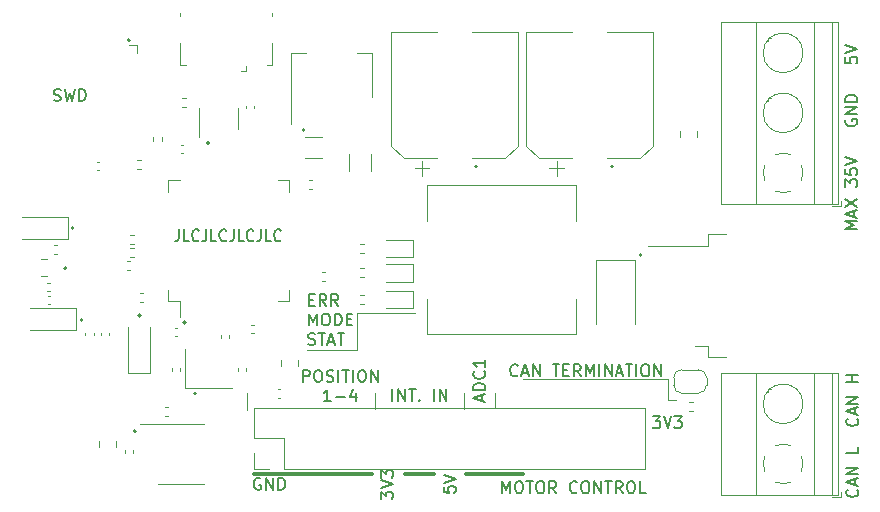
<source format=gbr>
%TF.GenerationSoftware,KiCad,Pcbnew,(5.1.9)-1*%
%TF.CreationDate,2022-08-25T12:46:07+02:00*%
%TF.ProjectId,electric_angle_actuator,656c6563-7472-4696-935f-616e676c655f,rev?*%
%TF.SameCoordinates,Original*%
%TF.FileFunction,Legend,Top*%
%TF.FilePolarity,Positive*%
%FSLAX46Y46*%
G04 Gerber Fmt 4.6, Leading zero omitted, Abs format (unit mm)*
G04 Created by KiCad (PCBNEW (5.1.9)-1) date 2022-08-25 12:46:07*
%MOMM*%
%LPD*%
G01*
G04 APERTURE LIST*
%ADD10C,0.120000*%
%ADD11C,0.150000*%
%ADD12C,0.200000*%
%ADD13C,0.300000*%
G04 APERTURE END LIST*
D10*
X156700000Y-84000000D02*
X156700000Y-87100000D01*
X161600000Y-84000000D02*
X156700000Y-84000000D01*
X152500000Y-87100000D02*
X156700000Y-87100000D01*
D11*
X152635595Y-82878571D02*
X152968928Y-82878571D01*
X153111785Y-83402380D02*
X152635595Y-83402380D01*
X152635595Y-82402380D01*
X153111785Y-82402380D01*
X154111785Y-83402380D02*
X153778452Y-82926190D01*
X153540357Y-83402380D02*
X153540357Y-82402380D01*
X153921309Y-82402380D01*
X154016547Y-82450000D01*
X154064166Y-82497619D01*
X154111785Y-82592857D01*
X154111785Y-82735714D01*
X154064166Y-82830952D01*
X154016547Y-82878571D01*
X153921309Y-82926190D01*
X153540357Y-82926190D01*
X155111785Y-83402380D02*
X154778452Y-82926190D01*
X154540357Y-83402380D02*
X154540357Y-82402380D01*
X154921309Y-82402380D01*
X155016547Y-82450000D01*
X155064166Y-82497619D01*
X155111785Y-82592857D01*
X155111785Y-82735714D01*
X155064166Y-82830952D01*
X155016547Y-82878571D01*
X154921309Y-82926190D01*
X154540357Y-82926190D01*
X152635595Y-85052380D02*
X152635595Y-84052380D01*
X152968928Y-84766666D01*
X153302261Y-84052380D01*
X153302261Y-85052380D01*
X153968928Y-84052380D02*
X154159404Y-84052380D01*
X154254642Y-84100000D01*
X154349880Y-84195238D01*
X154397500Y-84385714D01*
X154397500Y-84719047D01*
X154349880Y-84909523D01*
X154254642Y-85004761D01*
X154159404Y-85052380D01*
X153968928Y-85052380D01*
X153873690Y-85004761D01*
X153778452Y-84909523D01*
X153730833Y-84719047D01*
X153730833Y-84385714D01*
X153778452Y-84195238D01*
X153873690Y-84100000D01*
X153968928Y-84052380D01*
X154826071Y-85052380D02*
X154826071Y-84052380D01*
X155064166Y-84052380D01*
X155207023Y-84100000D01*
X155302261Y-84195238D01*
X155349880Y-84290476D01*
X155397500Y-84480952D01*
X155397500Y-84623809D01*
X155349880Y-84814285D01*
X155302261Y-84909523D01*
X155207023Y-85004761D01*
X155064166Y-85052380D01*
X154826071Y-85052380D01*
X155826071Y-84528571D02*
X156159404Y-84528571D01*
X156302261Y-85052380D02*
X155826071Y-85052380D01*
X155826071Y-84052380D01*
X156302261Y-84052380D01*
X152587976Y-86654761D02*
X152730833Y-86702380D01*
X152968928Y-86702380D01*
X153064166Y-86654761D01*
X153111785Y-86607142D01*
X153159404Y-86511904D01*
X153159404Y-86416666D01*
X153111785Y-86321428D01*
X153064166Y-86273809D01*
X152968928Y-86226190D01*
X152778452Y-86178571D01*
X152683214Y-86130952D01*
X152635595Y-86083333D01*
X152587976Y-85988095D01*
X152587976Y-85892857D01*
X152635595Y-85797619D01*
X152683214Y-85750000D01*
X152778452Y-85702380D01*
X153016547Y-85702380D01*
X153159404Y-85750000D01*
X153445119Y-85702380D02*
X154016547Y-85702380D01*
X153730833Y-86702380D02*
X153730833Y-85702380D01*
X154302261Y-86416666D02*
X154778452Y-86416666D01*
X154207023Y-86702380D02*
X154540357Y-85702380D01*
X154873690Y-86702380D01*
X155064166Y-85702380D02*
X155635595Y-85702380D01*
X155349880Y-86702380D02*
X155349880Y-85702380D01*
D12*
X144200000Y-69600000D02*
G75*
G03*
X144200000Y-69600000I-100000J0D01*
G01*
X137500000Y-60900000D02*
G75*
G03*
X137500000Y-60900000I-100000J0D01*
G01*
X132100000Y-80200000D02*
G75*
G03*
X132100000Y-80200000I-100000J0D01*
G01*
X133500000Y-84600000D02*
G75*
G03*
X133500000Y-84600000I-100000J0D01*
G01*
X138400000Y-84200000D02*
G75*
G03*
X138400000Y-84200000I-100000J0D01*
G01*
X132700000Y-76800000D02*
G75*
G03*
X132700000Y-76800000I-100000J0D01*
G01*
X152300000Y-68500000D02*
G75*
G03*
X152300000Y-68500000I-100000J0D01*
G01*
X166900000Y-71600000D02*
G75*
G03*
X166900000Y-71600000I-100000J0D01*
G01*
X178400000Y-71600000D02*
G75*
G03*
X178400000Y-71600000I-100000J0D01*
G01*
X180800000Y-79100000D02*
G75*
G03*
X180800000Y-79100000I-100000J0D01*
G01*
X138000000Y-94000000D02*
G75*
G03*
X138000000Y-94000000I-100000J0D01*
G01*
X143100000Y-90800000D02*
G75*
G03*
X143100000Y-90800000I-100000J0D01*
G01*
X142200000Y-84800000D02*
G75*
G03*
X142200000Y-84800000I-100000J0D01*
G01*
D11*
X181761904Y-92752380D02*
X182380952Y-92752380D01*
X182047619Y-93133333D01*
X182190476Y-93133333D01*
X182285714Y-93180952D01*
X182333333Y-93228571D01*
X182380952Y-93323809D01*
X182380952Y-93561904D01*
X182333333Y-93657142D01*
X182285714Y-93704761D01*
X182190476Y-93752380D01*
X181904761Y-93752380D01*
X181809523Y-93704761D01*
X181761904Y-93657142D01*
X182666666Y-92752380D02*
X183000000Y-93752380D01*
X183333333Y-92752380D01*
X183571428Y-92752380D02*
X184190476Y-92752380D01*
X183857142Y-93133333D01*
X184000000Y-93133333D01*
X184095238Y-93180952D01*
X184142857Y-93228571D01*
X184190476Y-93323809D01*
X184190476Y-93561904D01*
X184142857Y-93657142D01*
X184095238Y-93704761D01*
X184000000Y-93752380D01*
X183714285Y-93752380D01*
X183619047Y-93704761D01*
X183571428Y-93657142D01*
D10*
X183000000Y-91400000D02*
X183700000Y-91400000D01*
X183000000Y-89600000D02*
X183000000Y-91400000D01*
X170800000Y-89600000D02*
X183000000Y-89600000D01*
D11*
X170314285Y-89257142D02*
X170266666Y-89304761D01*
X170123809Y-89352380D01*
X170028571Y-89352380D01*
X169885714Y-89304761D01*
X169790476Y-89209523D01*
X169742857Y-89114285D01*
X169695238Y-88923809D01*
X169695238Y-88780952D01*
X169742857Y-88590476D01*
X169790476Y-88495238D01*
X169885714Y-88400000D01*
X170028571Y-88352380D01*
X170123809Y-88352380D01*
X170266666Y-88400000D01*
X170314285Y-88447619D01*
X170695238Y-89066666D02*
X171171428Y-89066666D01*
X170600000Y-89352380D02*
X170933333Y-88352380D01*
X171266666Y-89352380D01*
X171600000Y-89352380D02*
X171600000Y-88352380D01*
X172171428Y-89352380D01*
X172171428Y-88352380D01*
X173266666Y-88352380D02*
X173838095Y-88352380D01*
X173552380Y-89352380D02*
X173552380Y-88352380D01*
X174171428Y-88828571D02*
X174504761Y-88828571D01*
X174647619Y-89352380D02*
X174171428Y-89352380D01*
X174171428Y-88352380D01*
X174647619Y-88352380D01*
X175647619Y-89352380D02*
X175314285Y-88876190D01*
X175076190Y-89352380D02*
X175076190Y-88352380D01*
X175457142Y-88352380D01*
X175552380Y-88400000D01*
X175600000Y-88447619D01*
X175647619Y-88542857D01*
X175647619Y-88685714D01*
X175600000Y-88780952D01*
X175552380Y-88828571D01*
X175457142Y-88876190D01*
X175076190Y-88876190D01*
X176076190Y-89352380D02*
X176076190Y-88352380D01*
X176409523Y-89066666D01*
X176742857Y-88352380D01*
X176742857Y-89352380D01*
X177219047Y-89352380D02*
X177219047Y-88352380D01*
X177695238Y-89352380D02*
X177695238Y-88352380D01*
X178266666Y-89352380D01*
X178266666Y-88352380D01*
X178695238Y-89066666D02*
X179171428Y-89066666D01*
X178600000Y-89352380D02*
X178933333Y-88352380D01*
X179266666Y-89352380D01*
X179457142Y-88352380D02*
X180028571Y-88352380D01*
X179742857Y-89352380D02*
X179742857Y-88352380D01*
X180361904Y-89352380D02*
X180361904Y-88352380D01*
X181028571Y-88352380D02*
X181219047Y-88352380D01*
X181314285Y-88400000D01*
X181409523Y-88495238D01*
X181457142Y-88685714D01*
X181457142Y-89019047D01*
X181409523Y-89209523D01*
X181314285Y-89304761D01*
X181219047Y-89352380D01*
X181028571Y-89352380D01*
X180933333Y-89304761D01*
X180838095Y-89209523D01*
X180790476Y-89019047D01*
X180790476Y-88685714D01*
X180838095Y-88495238D01*
X180933333Y-88400000D01*
X181028571Y-88352380D01*
X181885714Y-89352380D02*
X181885714Y-88352380D01*
X182457142Y-89352380D01*
X182457142Y-88352380D01*
X131042857Y-66004761D02*
X131185714Y-66052380D01*
X131423809Y-66052380D01*
X131519047Y-66004761D01*
X131566666Y-65957142D01*
X131614285Y-65861904D01*
X131614285Y-65766666D01*
X131566666Y-65671428D01*
X131519047Y-65623809D01*
X131423809Y-65576190D01*
X131233333Y-65528571D01*
X131138095Y-65480952D01*
X131090476Y-65433333D01*
X131042857Y-65338095D01*
X131042857Y-65242857D01*
X131090476Y-65147619D01*
X131138095Y-65100000D01*
X131233333Y-65052380D01*
X131471428Y-65052380D01*
X131614285Y-65100000D01*
X131947619Y-65052380D02*
X132185714Y-66052380D01*
X132376190Y-65338095D01*
X132566666Y-66052380D01*
X132804761Y-65052380D01*
X133185714Y-66052380D02*
X133185714Y-65052380D01*
X133423809Y-65052380D01*
X133566666Y-65100000D01*
X133661904Y-65195238D01*
X133709523Y-65290476D01*
X133757142Y-65480952D01*
X133757142Y-65623809D01*
X133709523Y-65814285D01*
X133661904Y-65909523D01*
X133566666Y-66004761D01*
X133423809Y-66052380D01*
X133185714Y-66052380D01*
X199052380Y-76914285D02*
X198052380Y-76914285D01*
X198766666Y-76580952D01*
X198052380Y-76247619D01*
X199052380Y-76247619D01*
X198766666Y-75819047D02*
X198766666Y-75342857D01*
X199052380Y-75914285D02*
X198052380Y-75580952D01*
X199052380Y-75247619D01*
X198052380Y-75009523D02*
X199052380Y-74342857D01*
X198052380Y-74342857D02*
X199052380Y-75009523D01*
X198052380Y-73295238D02*
X198052380Y-72676190D01*
X198433333Y-73009523D01*
X198433333Y-72866666D01*
X198480952Y-72771428D01*
X198528571Y-72723809D01*
X198623809Y-72676190D01*
X198861904Y-72676190D01*
X198957142Y-72723809D01*
X199004761Y-72771428D01*
X199052380Y-72866666D01*
X199052380Y-73152380D01*
X199004761Y-73247619D01*
X198957142Y-73295238D01*
X198052380Y-71771428D02*
X198052380Y-72247619D01*
X198528571Y-72295238D01*
X198480952Y-72247619D01*
X198433333Y-72152380D01*
X198433333Y-71914285D01*
X198480952Y-71819047D01*
X198528571Y-71771428D01*
X198623809Y-71723809D01*
X198861904Y-71723809D01*
X198957142Y-71771428D01*
X199004761Y-71819047D01*
X199052380Y-71914285D01*
X199052380Y-72152380D01*
X199004761Y-72247619D01*
X198957142Y-72295238D01*
X198052380Y-71438095D02*
X199052380Y-71104761D01*
X198052380Y-70771428D01*
X198100000Y-67628571D02*
X198052380Y-67723809D01*
X198052380Y-67866666D01*
X198100000Y-68009523D01*
X198195238Y-68104761D01*
X198290476Y-68152380D01*
X198480952Y-68200000D01*
X198623809Y-68200000D01*
X198814285Y-68152380D01*
X198909523Y-68104761D01*
X199004761Y-68009523D01*
X199052380Y-67866666D01*
X199052380Y-67771428D01*
X199004761Y-67628571D01*
X198957142Y-67580952D01*
X198623809Y-67580952D01*
X198623809Y-67771428D01*
X199052380Y-67152380D02*
X198052380Y-67152380D01*
X199052380Y-66580952D01*
X198052380Y-66580952D01*
X199052380Y-66104761D02*
X198052380Y-66104761D01*
X198052380Y-65866666D01*
X198100000Y-65723809D01*
X198195238Y-65628571D01*
X198290476Y-65580952D01*
X198480952Y-65533333D01*
X198623809Y-65533333D01*
X198814285Y-65580952D01*
X198909523Y-65628571D01*
X199004761Y-65723809D01*
X199052380Y-65866666D01*
X199052380Y-66104761D01*
X198052380Y-62342857D02*
X198052380Y-62819047D01*
X198528571Y-62866666D01*
X198480952Y-62819047D01*
X198433333Y-62723809D01*
X198433333Y-62485714D01*
X198480952Y-62390476D01*
X198528571Y-62342857D01*
X198623809Y-62295238D01*
X198861904Y-62295238D01*
X198957142Y-62342857D01*
X199004761Y-62390476D01*
X199052380Y-62485714D01*
X199052380Y-62723809D01*
X199004761Y-62819047D01*
X198957142Y-62866666D01*
X198052380Y-62009523D02*
X199052380Y-61676190D01*
X198052380Y-61342857D01*
X199057142Y-98947619D02*
X199104761Y-98995238D01*
X199152380Y-99138095D01*
X199152380Y-99233333D01*
X199104761Y-99376190D01*
X199009523Y-99471428D01*
X198914285Y-99519047D01*
X198723809Y-99566666D01*
X198580952Y-99566666D01*
X198390476Y-99519047D01*
X198295238Y-99471428D01*
X198200000Y-99376190D01*
X198152380Y-99233333D01*
X198152380Y-99138095D01*
X198200000Y-98995238D01*
X198247619Y-98947619D01*
X198866666Y-98566666D02*
X198866666Y-98090476D01*
X199152380Y-98661904D02*
X198152380Y-98328571D01*
X199152380Y-97995238D01*
X199152380Y-97661904D02*
X198152380Y-97661904D01*
X199152380Y-97090476D01*
X198152380Y-97090476D01*
X199152380Y-95376190D02*
X199152380Y-95852380D01*
X198152380Y-95852380D01*
X199057142Y-92947619D02*
X199104761Y-92995238D01*
X199152380Y-93138095D01*
X199152380Y-93233333D01*
X199104761Y-93376190D01*
X199009523Y-93471428D01*
X198914285Y-93519047D01*
X198723809Y-93566666D01*
X198580952Y-93566666D01*
X198390476Y-93519047D01*
X198295238Y-93471428D01*
X198200000Y-93376190D01*
X198152380Y-93233333D01*
X198152380Y-93138095D01*
X198200000Y-92995238D01*
X198247619Y-92947619D01*
X198866666Y-92566666D02*
X198866666Y-92090476D01*
X199152380Y-92661904D02*
X198152380Y-92328571D01*
X199152380Y-91995238D01*
X199152380Y-91661904D02*
X198152380Y-91661904D01*
X199152380Y-91090476D01*
X198152380Y-91090476D01*
X199152380Y-89852380D02*
X198152380Y-89852380D01*
X198628571Y-89852380D02*
X198628571Y-89280952D01*
X199152380Y-89280952D02*
X198152380Y-89280952D01*
X169000000Y-99252380D02*
X169000000Y-98252380D01*
X169333333Y-98966666D01*
X169666666Y-98252380D01*
X169666666Y-99252380D01*
X170333333Y-98252380D02*
X170523809Y-98252380D01*
X170619047Y-98300000D01*
X170714285Y-98395238D01*
X170761904Y-98585714D01*
X170761904Y-98919047D01*
X170714285Y-99109523D01*
X170619047Y-99204761D01*
X170523809Y-99252380D01*
X170333333Y-99252380D01*
X170238095Y-99204761D01*
X170142857Y-99109523D01*
X170095238Y-98919047D01*
X170095238Y-98585714D01*
X170142857Y-98395238D01*
X170238095Y-98300000D01*
X170333333Y-98252380D01*
X171047619Y-98252380D02*
X171619047Y-98252380D01*
X171333333Y-99252380D02*
X171333333Y-98252380D01*
X172142857Y-98252380D02*
X172333333Y-98252380D01*
X172428571Y-98300000D01*
X172523809Y-98395238D01*
X172571428Y-98585714D01*
X172571428Y-98919047D01*
X172523809Y-99109523D01*
X172428571Y-99204761D01*
X172333333Y-99252380D01*
X172142857Y-99252380D01*
X172047619Y-99204761D01*
X171952380Y-99109523D01*
X171904761Y-98919047D01*
X171904761Y-98585714D01*
X171952380Y-98395238D01*
X172047619Y-98300000D01*
X172142857Y-98252380D01*
X173571428Y-99252380D02*
X173238095Y-98776190D01*
X173000000Y-99252380D02*
X173000000Y-98252380D01*
X173380952Y-98252380D01*
X173476190Y-98300000D01*
X173523809Y-98347619D01*
X173571428Y-98442857D01*
X173571428Y-98585714D01*
X173523809Y-98680952D01*
X173476190Y-98728571D01*
X173380952Y-98776190D01*
X173000000Y-98776190D01*
X175333333Y-99157142D02*
X175285714Y-99204761D01*
X175142857Y-99252380D01*
X175047619Y-99252380D01*
X174904761Y-99204761D01*
X174809523Y-99109523D01*
X174761904Y-99014285D01*
X174714285Y-98823809D01*
X174714285Y-98680952D01*
X174761904Y-98490476D01*
X174809523Y-98395238D01*
X174904761Y-98300000D01*
X175047619Y-98252380D01*
X175142857Y-98252380D01*
X175285714Y-98300000D01*
X175333333Y-98347619D01*
X175952380Y-98252380D02*
X176142857Y-98252380D01*
X176238095Y-98300000D01*
X176333333Y-98395238D01*
X176380952Y-98585714D01*
X176380952Y-98919047D01*
X176333333Y-99109523D01*
X176238095Y-99204761D01*
X176142857Y-99252380D01*
X175952380Y-99252380D01*
X175857142Y-99204761D01*
X175761904Y-99109523D01*
X175714285Y-98919047D01*
X175714285Y-98585714D01*
X175761904Y-98395238D01*
X175857142Y-98300000D01*
X175952380Y-98252380D01*
X176809523Y-99252380D02*
X176809523Y-98252380D01*
X177380952Y-99252380D01*
X177380952Y-98252380D01*
X177714285Y-98252380D02*
X178285714Y-98252380D01*
X178000000Y-99252380D02*
X178000000Y-98252380D01*
X179190476Y-99252380D02*
X178857142Y-98776190D01*
X178619047Y-99252380D02*
X178619047Y-98252380D01*
X179000000Y-98252380D01*
X179095238Y-98300000D01*
X179142857Y-98347619D01*
X179190476Y-98442857D01*
X179190476Y-98585714D01*
X179142857Y-98680952D01*
X179095238Y-98728571D01*
X179000000Y-98776190D01*
X178619047Y-98776190D01*
X179809523Y-98252380D02*
X180000000Y-98252380D01*
X180095238Y-98300000D01*
X180190476Y-98395238D01*
X180238095Y-98585714D01*
X180238095Y-98919047D01*
X180190476Y-99109523D01*
X180095238Y-99204761D01*
X180000000Y-99252380D01*
X179809523Y-99252380D01*
X179714285Y-99204761D01*
X179619047Y-99109523D01*
X179571428Y-98919047D01*
X179571428Y-98585714D01*
X179619047Y-98395238D01*
X179714285Y-98300000D01*
X179809523Y-98252380D01*
X181142857Y-99252380D02*
X180666666Y-99252380D01*
X180666666Y-98252380D01*
D10*
X168400000Y-92000000D02*
X168400000Y-90800000D01*
D11*
X167266666Y-91414285D02*
X167266666Y-90938095D01*
X167552380Y-91509523D02*
X166552380Y-91176190D01*
X167552380Y-90842857D01*
X167552380Y-90509523D02*
X166552380Y-90509523D01*
X166552380Y-90271428D01*
X166600000Y-90128571D01*
X166695238Y-90033333D01*
X166790476Y-89985714D01*
X166980952Y-89938095D01*
X167123809Y-89938095D01*
X167314285Y-89985714D01*
X167409523Y-90033333D01*
X167504761Y-90128571D01*
X167552380Y-90271428D01*
X167552380Y-90509523D01*
X167457142Y-88938095D02*
X167504761Y-88985714D01*
X167552380Y-89128571D01*
X167552380Y-89223809D01*
X167504761Y-89366666D01*
X167409523Y-89461904D01*
X167314285Y-89509523D01*
X167123809Y-89557142D01*
X166980952Y-89557142D01*
X166790476Y-89509523D01*
X166695238Y-89461904D01*
X166600000Y-89366666D01*
X166552380Y-89223809D01*
X166552380Y-89128571D01*
X166600000Y-88985714D01*
X166647619Y-88938095D01*
X167552380Y-87985714D02*
X167552380Y-88557142D01*
X167552380Y-88271428D02*
X166552380Y-88271428D01*
X166695238Y-88366666D01*
X166790476Y-88461904D01*
X166838095Y-88557142D01*
D10*
X165800000Y-92100000D02*
X165800000Y-90800000D01*
D11*
X159714285Y-91452380D02*
X159714285Y-90452380D01*
X160190476Y-91452380D02*
X160190476Y-90452380D01*
X160761904Y-91452380D01*
X160761904Y-90452380D01*
X161095238Y-90452380D02*
X161666666Y-90452380D01*
X161380952Y-91452380D02*
X161380952Y-90452380D01*
X162000000Y-91357142D02*
X162047619Y-91404761D01*
X162000000Y-91452380D01*
X161952380Y-91404761D01*
X162000000Y-91357142D01*
X162000000Y-91452380D01*
X163238095Y-91452380D02*
X163238095Y-90452380D01*
X163714285Y-91452380D02*
X163714285Y-90452380D01*
X164285714Y-91452380D01*
X164285714Y-90452380D01*
X152133333Y-89827380D02*
X152133333Y-88827380D01*
X152514285Y-88827380D01*
X152609523Y-88875000D01*
X152657142Y-88922619D01*
X152704761Y-89017857D01*
X152704761Y-89160714D01*
X152657142Y-89255952D01*
X152609523Y-89303571D01*
X152514285Y-89351190D01*
X152133333Y-89351190D01*
X153323809Y-88827380D02*
X153514285Y-88827380D01*
X153609523Y-88875000D01*
X153704761Y-88970238D01*
X153752380Y-89160714D01*
X153752380Y-89494047D01*
X153704761Y-89684523D01*
X153609523Y-89779761D01*
X153514285Y-89827380D01*
X153323809Y-89827380D01*
X153228571Y-89779761D01*
X153133333Y-89684523D01*
X153085714Y-89494047D01*
X153085714Y-89160714D01*
X153133333Y-88970238D01*
X153228571Y-88875000D01*
X153323809Y-88827380D01*
X154133333Y-89779761D02*
X154276190Y-89827380D01*
X154514285Y-89827380D01*
X154609523Y-89779761D01*
X154657142Y-89732142D01*
X154704761Y-89636904D01*
X154704761Y-89541666D01*
X154657142Y-89446428D01*
X154609523Y-89398809D01*
X154514285Y-89351190D01*
X154323809Y-89303571D01*
X154228571Y-89255952D01*
X154180952Y-89208333D01*
X154133333Y-89113095D01*
X154133333Y-89017857D01*
X154180952Y-88922619D01*
X154228571Y-88875000D01*
X154323809Y-88827380D01*
X154561904Y-88827380D01*
X154704761Y-88875000D01*
X155133333Y-89827380D02*
X155133333Y-88827380D01*
X155466666Y-88827380D02*
X156038095Y-88827380D01*
X155752380Y-89827380D02*
X155752380Y-88827380D01*
X156371428Y-89827380D02*
X156371428Y-88827380D01*
X157038095Y-88827380D02*
X157228571Y-88827380D01*
X157323809Y-88875000D01*
X157419047Y-88970238D01*
X157466666Y-89160714D01*
X157466666Y-89494047D01*
X157419047Y-89684523D01*
X157323809Y-89779761D01*
X157228571Y-89827380D01*
X157038095Y-89827380D01*
X156942857Y-89779761D01*
X156847619Y-89684523D01*
X156800000Y-89494047D01*
X156800000Y-89160714D01*
X156847619Y-88970238D01*
X156942857Y-88875000D01*
X157038095Y-88827380D01*
X157895238Y-89827380D02*
X157895238Y-88827380D01*
X158466666Y-89827380D01*
X158466666Y-88827380D01*
X154490476Y-91477380D02*
X153919047Y-91477380D01*
X154204761Y-91477380D02*
X154204761Y-90477380D01*
X154109523Y-90620238D01*
X154014285Y-90715476D01*
X153919047Y-90763095D01*
X154919047Y-91096428D02*
X155680952Y-91096428D01*
X156585714Y-90810714D02*
X156585714Y-91477380D01*
X156347619Y-90429761D02*
X156109523Y-91144047D01*
X156728571Y-91144047D01*
D10*
X158200000Y-90800000D02*
X158200000Y-92100000D01*
X147400000Y-90800000D02*
X147400000Y-92200000D01*
D13*
X165900000Y-97600000D02*
X170800000Y-97600000D01*
X160800000Y-97600000D02*
X163200000Y-97600000D01*
D11*
X164052380Y-98690476D02*
X164052380Y-99166666D01*
X164528571Y-99214285D01*
X164480952Y-99166666D01*
X164433333Y-99071428D01*
X164433333Y-98833333D01*
X164480952Y-98738095D01*
X164528571Y-98690476D01*
X164623809Y-98642857D01*
X164861904Y-98642857D01*
X164957142Y-98690476D01*
X165004761Y-98738095D01*
X165052380Y-98833333D01*
X165052380Y-99071428D01*
X165004761Y-99166666D01*
X164957142Y-99214285D01*
X164052380Y-98357142D02*
X165052380Y-98023809D01*
X164052380Y-97690476D01*
X158752380Y-99738095D02*
X158752380Y-99119047D01*
X159133333Y-99452380D01*
X159133333Y-99309523D01*
X159180952Y-99214285D01*
X159228571Y-99166666D01*
X159323809Y-99119047D01*
X159561904Y-99119047D01*
X159657142Y-99166666D01*
X159704761Y-99214285D01*
X159752380Y-99309523D01*
X159752380Y-99595238D01*
X159704761Y-99690476D01*
X159657142Y-99738095D01*
X158752380Y-98833333D02*
X159752380Y-98500000D01*
X158752380Y-98166666D01*
X158752380Y-97928571D02*
X158752380Y-97309523D01*
X159133333Y-97642857D01*
X159133333Y-97500000D01*
X159180952Y-97404761D01*
X159228571Y-97357142D01*
X159323809Y-97309523D01*
X159561904Y-97309523D01*
X159657142Y-97357142D01*
X159704761Y-97404761D01*
X159752380Y-97500000D01*
X159752380Y-97785714D01*
X159704761Y-97880952D01*
X159657142Y-97928571D01*
D13*
X148000000Y-97600000D02*
X158000000Y-97600000D01*
D11*
X148538095Y-98000000D02*
X148442857Y-97952380D01*
X148300000Y-97952380D01*
X148157142Y-98000000D01*
X148061904Y-98095238D01*
X148014285Y-98190476D01*
X147966666Y-98380952D01*
X147966666Y-98523809D01*
X148014285Y-98714285D01*
X148061904Y-98809523D01*
X148157142Y-98904761D01*
X148300000Y-98952380D01*
X148395238Y-98952380D01*
X148538095Y-98904761D01*
X148585714Y-98857142D01*
X148585714Y-98523809D01*
X148395238Y-98523809D01*
X149014285Y-98952380D02*
X149014285Y-97952380D01*
X149585714Y-98952380D01*
X149585714Y-97952380D01*
X150061904Y-98952380D02*
X150061904Y-97952380D01*
X150300000Y-97952380D01*
X150442857Y-98000000D01*
X150538095Y-98095238D01*
X150585714Y-98190476D01*
X150633333Y-98380952D01*
X150633333Y-98523809D01*
X150585714Y-98714285D01*
X150538095Y-98809523D01*
X150442857Y-98904761D01*
X150300000Y-98952380D01*
X150061904Y-98952380D01*
X141638857Y-76922380D02*
X141638857Y-77636666D01*
X141596000Y-77779523D01*
X141510285Y-77874761D01*
X141381714Y-77922380D01*
X141296000Y-77922380D01*
X142496000Y-77922380D02*
X142067428Y-77922380D01*
X142067428Y-76922380D01*
X143310285Y-77827142D02*
X143267428Y-77874761D01*
X143138857Y-77922380D01*
X143053142Y-77922380D01*
X142924571Y-77874761D01*
X142838857Y-77779523D01*
X142796000Y-77684285D01*
X142753142Y-77493809D01*
X142753142Y-77350952D01*
X142796000Y-77160476D01*
X142838857Y-77065238D01*
X142924571Y-76970000D01*
X143053142Y-76922380D01*
X143138857Y-76922380D01*
X143267428Y-76970000D01*
X143310285Y-77017619D01*
X143953142Y-76922380D02*
X143953142Y-77636666D01*
X143910285Y-77779523D01*
X143824571Y-77874761D01*
X143696000Y-77922380D01*
X143610285Y-77922380D01*
X144810285Y-77922380D02*
X144381714Y-77922380D01*
X144381714Y-76922380D01*
X145624571Y-77827142D02*
X145581714Y-77874761D01*
X145453142Y-77922380D01*
X145367428Y-77922380D01*
X145238857Y-77874761D01*
X145153142Y-77779523D01*
X145110285Y-77684285D01*
X145067428Y-77493809D01*
X145067428Y-77350952D01*
X145110285Y-77160476D01*
X145153142Y-77065238D01*
X145238857Y-76970000D01*
X145367428Y-76922380D01*
X145453142Y-76922380D01*
X145581714Y-76970000D01*
X145624571Y-77017619D01*
X146267428Y-76922380D02*
X146267428Y-77636666D01*
X146224571Y-77779523D01*
X146138857Y-77874761D01*
X146010285Y-77922380D01*
X145924571Y-77922380D01*
X147124571Y-77922380D02*
X146696000Y-77922380D01*
X146696000Y-76922380D01*
X147938857Y-77827142D02*
X147896000Y-77874761D01*
X147767428Y-77922380D01*
X147681714Y-77922380D01*
X147553142Y-77874761D01*
X147467428Y-77779523D01*
X147424571Y-77684285D01*
X147381714Y-77493809D01*
X147381714Y-77350952D01*
X147424571Y-77160476D01*
X147467428Y-77065238D01*
X147553142Y-76970000D01*
X147681714Y-76922380D01*
X147767428Y-76922380D01*
X147896000Y-76970000D01*
X147938857Y-77017619D01*
X148581714Y-76922380D02*
X148581714Y-77636666D01*
X148538857Y-77779523D01*
X148453142Y-77874761D01*
X148324571Y-77922380D01*
X148238857Y-77922380D01*
X149438857Y-77922380D02*
X149010285Y-77922380D01*
X149010285Y-76922380D01*
X150253142Y-77827142D02*
X150210285Y-77874761D01*
X150081714Y-77922380D01*
X149996000Y-77922380D01*
X149867428Y-77874761D01*
X149781714Y-77779523D01*
X149738857Y-77684285D01*
X149696000Y-77493809D01*
X149696000Y-77350952D01*
X149738857Y-77160476D01*
X149781714Y-77065238D01*
X149867428Y-76970000D01*
X149996000Y-76922380D01*
X150081714Y-76922380D01*
X150210285Y-76970000D01*
X150253142Y-77017619D01*
D10*
%TO.C,J1*%
X149543600Y-62976500D02*
X149093600Y-62976500D01*
X149543600Y-61126500D02*
X149543600Y-62976500D01*
X141743600Y-58576500D02*
X141743600Y-58826500D01*
X149543600Y-58576500D02*
X149543600Y-58826500D01*
X141743600Y-61126500D02*
X141743600Y-62976500D01*
X141743600Y-62976500D02*
X142193600Y-62976500D01*
X147343600Y-63526500D02*
X146893600Y-63526500D01*
X147343600Y-63526500D02*
X147343600Y-63076500D01*
%TO.C,C2*%
X185520000Y-69095252D02*
X185520000Y-68572748D01*
X184050000Y-69095252D02*
X184050000Y-68572748D01*
%TO.C,J2*%
X147958500Y-97215000D02*
X147958500Y-95885000D01*
X149288500Y-97215000D02*
X147958500Y-97215000D01*
X147958500Y-94615000D02*
X147958500Y-92015000D01*
X150558500Y-94615000D02*
X147958500Y-94615000D01*
X150558500Y-97215000D02*
X150558500Y-94615000D01*
X147958500Y-92015000D02*
X181098500Y-92015000D01*
X150558500Y-97215000D02*
X181098500Y-97215000D01*
X181098500Y-97215000D02*
X181098500Y-92015000D01*
%TO.C,R2*%
X138393141Y-71057500D02*
X138085859Y-71057500D01*
X138393141Y-71817500D02*
X138085859Y-71817500D01*
%TO.C,R7*%
X137525241Y-79579200D02*
X137217959Y-79579200D01*
X137525241Y-80339200D02*
X137217959Y-80339200D01*
%TO.C,R5*%
X137514359Y-79221600D02*
X137821641Y-79221600D01*
X137514359Y-78461600D02*
X137821641Y-78461600D01*
%TO.C,R4*%
X137514359Y-78154800D02*
X137821641Y-78154800D01*
X137514359Y-77394800D02*
X137821641Y-77394800D01*
%TO.C,R3*%
X139421600Y-69137559D02*
X139421600Y-69444841D01*
X140181600Y-69137559D02*
X140181600Y-69444841D01*
%TO.C,R6*%
X141933959Y-66572400D02*
X142241241Y-66572400D01*
X141933959Y-65812400D02*
X142241241Y-65812400D01*
%TO.C,C5*%
X136307500Y-95320752D02*
X136307500Y-94798248D01*
X134837500Y-95320752D02*
X134837500Y-94798248D01*
%TO.C,C3*%
X137054000Y-95622164D02*
X137054000Y-95837836D01*
X137774000Y-95622164D02*
X137774000Y-95837836D01*
%TO.C,C1*%
X140696836Y-91969000D02*
X140481164Y-91969000D01*
X140696836Y-92689000D02*
X140481164Y-92689000D01*
%TO.C,U5*%
X151123600Y-67981000D02*
X151123600Y-61971000D01*
X157943600Y-65731000D02*
X157943600Y-61971000D01*
X151123600Y-61971000D02*
X152383600Y-61971000D01*
X157943600Y-61971000D02*
X156683600Y-61971000D01*
%TO.C,C17*%
X152298348Y-70887000D02*
X153720852Y-70887000D01*
X152298348Y-69067000D02*
X153720852Y-69067000D01*
%TO.C,C16*%
X156062000Y-71958252D02*
X156062000Y-70535748D01*
X157882000Y-71958252D02*
X157882000Y-70535748D01*
%TO.C,C18*%
X148024000Y-66669636D02*
X148024000Y-66453964D01*
X147304000Y-66669636D02*
X147304000Y-66453964D01*
%TO.C,U2*%
X186461000Y-86800000D02*
X185361000Y-86800000D01*
X186461000Y-87750000D02*
X186461000Y-86800000D01*
X187961000Y-87750000D02*
X186461000Y-87750000D01*
X186461000Y-78300000D02*
X181336000Y-78300000D01*
X186461000Y-77350000D02*
X186461000Y-78300000D01*
X187961000Y-77350000D02*
X186461000Y-77350000D01*
%TO.C,L1*%
X162610000Y-85802000D02*
X162610000Y-82802000D01*
X175210000Y-85802000D02*
X162610000Y-85802000D01*
X175210000Y-82802000D02*
X175210000Y-85802000D01*
X175210000Y-73202000D02*
X175210000Y-76202000D01*
X162610000Y-73202000D02*
X175210000Y-73202000D01*
X162610000Y-76202000D02*
X162610000Y-73202000D01*
%TO.C,D1*%
X180212000Y-79531000D02*
X180212000Y-84931000D01*
X176912000Y-79531000D02*
X176912000Y-84931000D01*
X180212000Y-79531000D02*
X176912000Y-79531000D01*
%TO.C,C13*%
X161588000Y-71757000D02*
X162838000Y-71757000D01*
X162213000Y-72382000D02*
X162213000Y-71132000D01*
X169268563Y-70892000D02*
X170333000Y-69827563D01*
X160677437Y-70892000D02*
X159613000Y-69827563D01*
X160677437Y-70892000D02*
X163463000Y-70892000D01*
X169268563Y-70892000D02*
X166483000Y-70892000D01*
X170333000Y-69827563D02*
X170333000Y-60172000D01*
X159613000Y-69827563D02*
X159613000Y-60172000D01*
X159613000Y-60172000D02*
X163463000Y-60172000D01*
X170333000Y-60172000D02*
X166483000Y-60172000D01*
%TO.C,C4*%
X173005000Y-71757000D02*
X174255000Y-71757000D01*
X173630000Y-72382000D02*
X173630000Y-71132000D01*
X180685563Y-70892000D02*
X181750000Y-69827563D01*
X172094437Y-70892000D02*
X171030000Y-69827563D01*
X172094437Y-70892000D02*
X174880000Y-70892000D01*
X180685563Y-70892000D02*
X177900000Y-70892000D01*
X181750000Y-69827563D02*
X181750000Y-60172000D01*
X171030000Y-69827563D02*
X171030000Y-60172000D01*
X171030000Y-60172000D02*
X174880000Y-60172000D01*
X181750000Y-60172000D02*
X177900000Y-60172000D01*
%TO.C,JP1*%
X186312000Y-89489000D02*
X186312000Y-90089000D01*
X184212000Y-88789000D02*
X185612000Y-88789000D01*
X183512000Y-90089000D02*
X183512000Y-89489000D01*
X185612000Y-90789000D02*
X184212000Y-90789000D01*
X186312000Y-90089000D02*
G75*
G02*
X185612000Y-90789000I-700000J0D01*
G01*
X185612000Y-88789000D02*
G75*
G02*
X186312000Y-89489000I0J-700000D01*
G01*
X183512000Y-89489000D02*
G75*
G02*
X184212000Y-88789000I700000J0D01*
G01*
X184212000Y-90789000D02*
G75*
G02*
X183512000Y-90089000I0J700000D01*
G01*
%TO.C,R1*%
X185129141Y-92264500D02*
X184821859Y-92264500D01*
X185129141Y-91504500D02*
X184821859Y-91504500D01*
%TO.C,C23*%
X147349800Y-88662564D02*
X147349800Y-88878236D01*
X146629800Y-88662564D02*
X146629800Y-88878236D01*
%TO.C,C21*%
X141041800Y-88906236D02*
X141041800Y-88690564D01*
X141761800Y-88906236D02*
X141761800Y-88690564D01*
%TO.C,C30*%
X150221836Y-91165000D02*
X150006164Y-91165000D01*
X150221836Y-90445000D02*
X150006164Y-90445000D01*
%TO.C,C29*%
X147748164Y-84984000D02*
X147963836Y-84984000D01*
X147748164Y-85704000D02*
X147963836Y-85704000D01*
%TO.C,C27*%
X141293964Y-85263400D02*
X141509636Y-85263400D01*
X141293964Y-85983400D02*
X141509636Y-85983400D01*
%TO.C,C26*%
X153968336Y-81259000D02*
X153752664Y-81259000D01*
X153968336Y-80539000D02*
X153752664Y-80539000D01*
%TO.C,C25*%
X145182000Y-86086836D02*
X145182000Y-85871164D01*
X145902000Y-86086836D02*
X145902000Y-85871164D01*
%TO.C,C24*%
X152863436Y-73486600D02*
X152647764Y-73486600D01*
X152863436Y-72766600D02*
X152647764Y-72766600D01*
%TO.C,C22*%
X141989636Y-70489400D02*
X141773964Y-70489400D01*
X141989636Y-69769400D02*
X141773964Y-69769400D01*
%TO.C,C20*%
X138372964Y-82342400D02*
X138588636Y-82342400D01*
X138372964Y-83062400D02*
X138588636Y-83062400D01*
%TO.C,C14*%
X130512164Y-82550000D02*
X130727836Y-82550000D01*
X130512164Y-83270000D02*
X130727836Y-83270000D01*
%TO.C,C12*%
X134877836Y-71920000D02*
X134662164Y-71920000D01*
X134877836Y-71200000D02*
X134662164Y-71200000D01*
%TO.C,C9*%
X134400000Y-85652164D02*
X134400000Y-85867836D01*
X133680000Y-85652164D02*
X133680000Y-85867836D01*
%TO.C,C8*%
X130482164Y-81430000D02*
X130697836Y-81430000D01*
X130482164Y-82150000D02*
X130697836Y-82150000D01*
%TO.C,C7*%
X131080564Y-78246600D02*
X131296236Y-78246600D01*
X131080564Y-78966600D02*
X131296236Y-78966600D01*
%TO.C,C6*%
X135740000Y-85652164D02*
X135740000Y-85867836D01*
X135020000Y-85652164D02*
X135020000Y-85867836D01*
%TO.C,Y1*%
X142152800Y-90360400D02*
X146152800Y-90360400D01*
X142152800Y-87060400D02*
X142152800Y-90360400D01*
%TO.C,U4*%
X143373200Y-66638600D02*
X143373200Y-69088600D01*
X146593200Y-68438600D02*
X146593200Y-66638600D01*
%TO.C,U1*%
X141808200Y-93375800D02*
X138358200Y-93375800D01*
X141808200Y-93375800D02*
X143758200Y-93375800D01*
X141808200Y-98495800D02*
X139858200Y-98495800D01*
X141808200Y-98495800D02*
X143758200Y-98495800D01*
%TO.C,J3*%
X138049000Y-61341000D02*
X138049000Y-61976000D01*
X137414000Y-61341000D02*
X138049000Y-61341000D01*
%TO.C,U6*%
X141686800Y-82986400D02*
X141686800Y-84326400D01*
X140736800Y-82986400D02*
X141686800Y-82986400D01*
X140736800Y-82036400D02*
X140736800Y-82986400D01*
X140736800Y-72766400D02*
X141686800Y-72766400D01*
X140736800Y-73716400D02*
X140736800Y-72766400D01*
X150956800Y-82986400D02*
X150006800Y-82986400D01*
X150956800Y-82036400D02*
X150956800Y-82986400D01*
X150956800Y-72766400D02*
X150006800Y-72766400D01*
X150956800Y-73716400D02*
X150956800Y-72766400D01*
%TO.C,C28*%
X151738000Y-88526252D02*
X151738000Y-88003748D01*
X150268000Y-88526252D02*
X150268000Y-88003748D01*
%TO.C,C19*%
X139161800Y-89076400D02*
X139161800Y-85166400D01*
X137291800Y-89076400D02*
X139161800Y-89076400D01*
X137291800Y-85166400D02*
X137291800Y-89076400D01*
%TO.C,C15*%
X132920000Y-83575000D02*
X129010000Y-83575000D01*
X132920000Y-85445000D02*
X132920000Y-83575000D01*
X129010000Y-85445000D02*
X132920000Y-85445000D01*
%TO.C,C11*%
X130471252Y-79425000D02*
X129948748Y-79425000D01*
X130471252Y-80895000D02*
X129948748Y-80895000D01*
%TO.C,C10*%
X132228400Y-75893600D02*
X128318400Y-75893600D01*
X132228400Y-77763600D02*
X132228400Y-75893600D01*
X128318400Y-77763600D02*
X132228400Y-77763600D01*
%TO.C,D2*%
X159143800Y-83564400D02*
X161428800Y-83564400D01*
X161428800Y-83564400D02*
X161428800Y-82094400D01*
X161428800Y-82094400D02*
X159143800Y-82094400D01*
%TO.C,D3*%
X161428800Y-79871900D02*
X159143800Y-79871900D01*
X161428800Y-81341900D02*
X161428800Y-79871900D01*
X159143800Y-81341900D02*
X161428800Y-81341900D01*
%TO.C,D4*%
X159143800Y-79246400D02*
X161428800Y-79246400D01*
X161428800Y-79246400D02*
X161428800Y-77776400D01*
X161428800Y-77776400D02*
X159143800Y-77776400D01*
%TO.C,J4*%
X194466000Y-67056000D02*
G75*
G03*
X194466000Y-67056000I-1680000J0D01*
G01*
X194466000Y-61976000D02*
G75*
G03*
X194466000Y-61976000I-1680000J0D01*
G01*
X196886000Y-74736000D02*
X196886000Y-59376000D01*
X195386000Y-74736000D02*
X195386000Y-59376000D01*
X190485000Y-74736000D02*
X190485000Y-59376000D01*
X187525000Y-74736000D02*
X187525000Y-59376000D01*
X197446000Y-74736000D02*
X197446000Y-59376000D01*
X187525000Y-74736000D02*
X197446000Y-74736000D01*
X187525000Y-59376000D02*
X197446000Y-59376000D01*
X191717000Y-65781000D02*
X191763000Y-65828000D01*
X194025000Y-68090000D02*
X194060000Y-68125000D01*
X191511000Y-65986000D02*
X191547000Y-66021000D01*
X193809000Y-68283000D02*
X193855000Y-68330000D01*
X191717000Y-60701000D02*
X191763000Y-60748000D01*
X194025000Y-63010000D02*
X194060000Y-63045000D01*
X191511000Y-60906000D02*
X191547000Y-60941000D01*
X193809000Y-63203000D02*
X193855000Y-63250000D01*
X196946000Y-74976000D02*
X197686000Y-74976000D01*
X197686000Y-74976000D02*
X197686000Y-74476000D01*
X194320756Y-71452682D02*
G75*
G02*
X194466000Y-72136000I-1534756J-683318D01*
G01*
X192102958Y-70600574D02*
G75*
G02*
X193470000Y-70601000I683042J-1535426D01*
G01*
X191250574Y-72819042D02*
G75*
G02*
X191251000Y-71452000I1535426J683042D01*
G01*
X193469042Y-73671426D02*
G75*
G02*
X192102000Y-73671000I-683042J1535426D01*
G01*
X194466253Y-72107195D02*
G75*
G02*
X194321000Y-72820000I-1680253J-28805D01*
G01*
%TO.C,J5*%
X194466000Y-91694000D02*
G75*
G03*
X194466000Y-91694000I-1680000J0D01*
G01*
X196886000Y-99374000D02*
X196886000Y-89094000D01*
X195386000Y-99374000D02*
X195386000Y-89094000D01*
X190485000Y-99374000D02*
X190485000Y-89094000D01*
X187525000Y-99374000D02*
X187525000Y-89094000D01*
X197446000Y-99374000D02*
X197446000Y-89094000D01*
X187525000Y-99374000D02*
X197446000Y-99374000D01*
X187525000Y-89094000D02*
X197446000Y-89094000D01*
X191717000Y-90419000D02*
X191763000Y-90466000D01*
X194025000Y-92728000D02*
X194060000Y-92763000D01*
X191511000Y-90624000D02*
X191547000Y-90659000D01*
X193809000Y-92921000D02*
X193855000Y-92968000D01*
X196946000Y-99614000D02*
X197686000Y-99614000D01*
X197686000Y-99614000D02*
X197686000Y-99114000D01*
X194320756Y-96090682D02*
G75*
G02*
X194466000Y-96774000I-1534756J-683318D01*
G01*
X192102958Y-95238574D02*
G75*
G02*
X193470000Y-95239000I683042J-1535426D01*
G01*
X191250574Y-97457042D02*
G75*
G02*
X191251000Y-96090000I1535426J683042D01*
G01*
X193469042Y-98309426D02*
G75*
G02*
X192102000Y-98309000I-683042J1535426D01*
G01*
X194466253Y-96745195D02*
G75*
G02*
X194321000Y-97458000I-1680253J-28805D01*
G01*
%TO.C,R8*%
X156996159Y-82449400D02*
X157303441Y-82449400D01*
X156996159Y-83209400D02*
X157303441Y-83209400D01*
%TO.C,R9*%
X156996159Y-80986900D02*
X157303441Y-80986900D01*
X156996159Y-80226900D02*
X157303441Y-80226900D01*
%TO.C,R10*%
X156996159Y-78131400D02*
X157303441Y-78131400D01*
X156996159Y-78891400D02*
X157303441Y-78891400D01*
%TD*%
M02*

</source>
